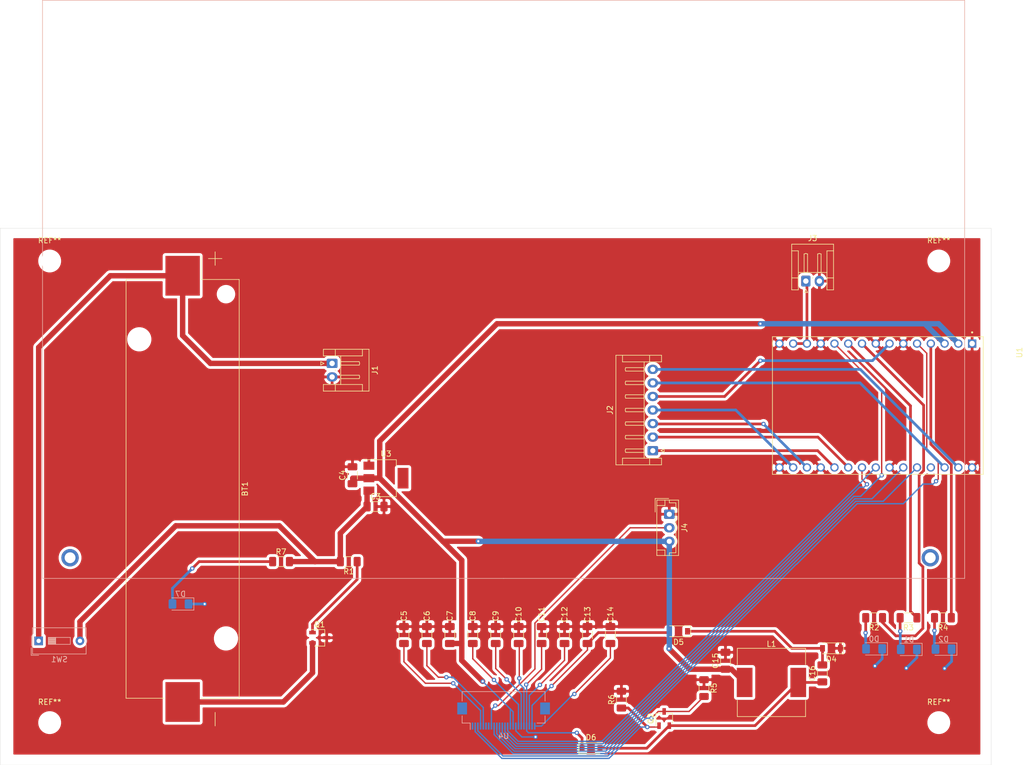
<source format=kicad_pcb>
(kicad_pcb (version 20171130) (host pcbnew "(5.1.10)-1")
  (layers (0 F.Cu signal) (31 B.Cu signal) (34 B.Paste user) (35 F.Paste user) (36 B.SilkS user) (37 F.SilkS user) (38 B.Mask user) (39 F.Mask user) (44 Edge.Cuts user))
  (net 0 "")
  (net 1 "Net-(BT1-Pad2)")
  (net 2 "Net-(BT1-Pad1)")
  (net 3 GND)
  (net 4 /BT_OUT)
  (net 5 /3.3V_OUT)
  (net 6 /PREVGH)
  (net 7 /PREVGL)
  (net 8 "Net-(C16-Pad2)")
  (net 9 "Net-(C16-Pad1)")
  (net 10 "Net-(D1-Pad2)")
  (net 11 "Net-(D2-Pad2)")
  (net 12 /RESE)
  (net 13 /GDR)
  (net 14 /IO1)
  (net 15 /IO2)
  (net 16 "Net-(C5-Pad1)")
  (net 17 "Net-(C6-Pad1)")
  (net 18 "Net-(C8-Pad1)")
  (net 19 "Net-(C10-Pad1)")
  (net 20 "Net-(C12-Pad1)")
  (net 21 "Net-(C14-Pad1)")
  (net 22 /EPD_CS)
  (net 23 /EPD_CLK)
  (net 24 /EPD_DATA)
  (net 25 /EPD_DC)
  (net 26 /EPD_RST)
  (net 27 /EPD_BUSY)
  (net 28 "Net-(C9-Pad1)")
  (net 29 "Net-(Q1-Pad1)")
  (net 30 "Net-(D7-Pad2)")
  (net 31 "Net-(D0-Pad2)")
  (net 32 /RX)
  (net 33 /LX)
  (net 34 "Net-(J3-Pad1)")
  (net 35 /IO0)
  (net 36 /RST)
  (net 37 /IO19)
  (net 38 /IO18)
  (net 39 /IO5)
  (net 40 /IO4)
  (net 41 /BS)
  (module Connector_JST:JST_EH_B3B-EH-A_1x03_P2.50mm_Vertical (layer F.Cu) (at 194.6148 111.2012 270)
    (fp_text reference J4 (at 2.5 -2.8 90) (layer F.SilkS))
    (fp_text value Conn_01x03)
    (pad 3 thru_hole oval (at 5 0 270) (size 1.7 1.95) (drill 0.95) (layers *.Cu *.Mask) (net 5 /3.3V_OUT))
    (pad 2 thru_hole oval (at 2.5 0 270) (size 1.7 1.95) (drill 0.95) (layers *.Cu *.Mask) (net 41 /BS))
    (pad 1 thru_hole roundrect (at 0 0 270) (size 1.7 1.95) (drill 0.95) (layers *.Cu *.Mask) (roundrect_rratio 0.147059) (net 3 GND))
  )
  (module Package_TO_SOT_SMD:SOT-223 (layer F.Cu) (at 142.3239 104.5464)
    (fp_text reference U3 (at 0 -4.5) (layer F.SilkS))
    (fp_text value LM1117-3.3)
    (pad 1 smd rect (at -3.15 -2.3) (size 2 1.5) (layers F.Cu F.Paste F.Mask) (net 3 GND))
    (pad 3 smd rect (at -3.15 2.3) (size 2 1.5) (layers F.Cu F.Paste F.Mask) (net 4 /BT_OUT))
    (pad 2 smd rect (at -3.15 0) (size 2 1.5) (layers F.Cu F.Paste F.Mask) (net 5 /3.3V_OUT))
    (pad 4 smd rect (at 3.15 0) (size 2 3.8) (layers F.Cu F.Paste F.Mask))
  )
  (module Resistor_SMD:R_1206_3216Metric_Pad1.30x1.75mm_HandSolder (layer F.Cu) (at 122.9608 119.9388)
    (fp_text reference R7 (at 0 -1.82) (layer F.SilkS))
    (fp_text value R)
    (pad 2 smd roundrect (at 1.55 0) (size 1.3 1.75) (layers F.Cu F.Paste F.Mask) (roundrect_rratio 0.192308) (net 4 /BT_OUT))
    (pad 1 smd roundrect (at -1.55 0) (size 1.3 1.75) (layers F.Cu F.Paste F.Mask) (roundrect_rratio 0.192308) (net 30 "Net-(D7-Pad2)"))
  )
  (module Resistor_SMD:R_1206_3216Metric_Pad1.30x1.75mm_HandSolder (layer F.Cu) (at 135.4576 119.9388 180)
    (fp_text reference R1 (at 0 -1.82) (layer F.SilkS))
    (fp_text value 1K)
    (pad 2 smd roundrect (at 1.55 0 180) (size 1.3 1.75) (layers F.Cu F.Paste F.Mask) (roundrect_rratio 0.192308) (net 4 /BT_OUT))
    (pad 1 smd roundrect (at -1.55 0 180) (size 1.3 1.75) (layers F.Cu F.Paste F.Mask) (roundrect_rratio 0.192308) (net 29 "Net-(Q1-Pad1)"))
  )
  (module Package_TO_SOT_SMD:TSOT-23 (layer F.Cu) (at 130.0784 133.990099)
    (fp_text reference Q1 (at 0 -2.45) (layer F.SilkS))
    (fp_text value LGE2300)
    (pad 3 smd rect (at 1.31 0) (size 1.22 0.65) (layers F.Cu F.Paste F.Mask) (net 3 GND))
    (pad 2 smd rect (at -1.31 0.95) (size 1.22 0.65) (layers F.Cu F.Paste F.Mask) (net 1 "Net-(BT1-Pad2)"))
    (pad 1 smd rect (at -1.31 -0.95) (size 1.22 0.65) (layers F.Cu F.Paste F.Mask) (net 29 "Net-(Q1-Pad1)"))
  )
  (module LED_SMD:LED_1206_3216Metric_Pad1.42x1.75mm_HandSolder (layer B.Cu) (at 104.4083 127.762 180)
    (fp_text reference D7 (at 0 1.82) (layer B.SilkS) (effects (justify mirror)))
    (fp_text value LED)
    (pad 2 smd roundrect (at 1.4875 0 180) (size 1.425 1.75) (layers B.Cu B.Paste B.Mask) (roundrect_rratio 0.175439) (net 30 "Net-(D7-Pad2)"))
    (pad 1 smd roundrect (at -1.4875 0 180) (size 1.425 1.75) (layers B.Cu B.Paste B.Mask) (roundrect_rratio 0.175439) (net 3 GND))
  )
  (module LED_SMD:LED_1206_3216Metric_Pad1.42x1.75mm_HandSolder (layer B.Cu) (at 245.2259 136.0932 180)
    (fp_text reference D2 (at 0 1.82) (layer B.SilkS) (effects (justify mirror)))
    (fp_text value LED)
    (pad 2 smd roundrect (at 1.4875 0 180) (size 1.425 1.75) (layers B.Cu B.Paste B.Mask) (roundrect_rratio 0.175439) (net 11 "Net-(D2-Pad2)"))
    (pad 1 smd roundrect (at -1.4875 0 180) (size 1.425 1.75) (layers B.Cu B.Paste B.Mask) (roundrect_rratio 0.175439) (net 3 GND))
  )
  (module LED_SMD:LED_1206_3216Metric_Pad1.42x1.75mm_HandSolder (layer B.Cu) (at 238.81795 136.144 180)
    (fp_text reference D1 (at 0 1.82) (layer B.SilkS) (effects (justify mirror)))
    (fp_text value LED)
    (pad 2 smd roundrect (at 1.4875 0 180) (size 1.425 1.75) (layers B.Cu B.Paste B.Mask) (roundrect_rratio 0.175439) (net 10 "Net-(D1-Pad2)"))
    (pad 1 smd roundrect (at -1.4875 0 180) (size 1.425 1.75) (layers B.Cu B.Paste B.Mask) (roundrect_rratio 0.175439) (net 3 GND))
  )
  (module LED_SMD:LED_1206_3216Metric_Pad1.42x1.75mm_HandSolder (layer B.Cu) (at 232.41 136.0424 180)
    (fp_text reference D0 (at 0 1.82) (layer B.SilkS) (effects (justify mirror)))
    (fp_text value LED)
    (pad 2 smd roundrect (at 1.4875 0 180) (size 1.425 1.75) (layers B.Cu B.Paste B.Mask) (roundrect_rratio 0.175439) (net 31 "Net-(D0-Pad2)"))
    (pad 1 smd roundrect (at -1.4875 0 180) (size 1.425 1.75) (layers B.Cu B.Paste B.Mask) (roundrect_rratio 0.175439) (net 3 GND))
  )
  (module Capacitor_SMD:C_1206_3216Metric_Pad1.33x1.80mm_HandSolder (layer F.Cu) (at 136.144 104.001401 90)
    (fp_text reference C4 (at 0 -1.85 90) (layer F.SilkS))
    (fp_text value 10uF)
    (pad 2 smd roundrect (at 1.5625 0 90) (size 1.325 1.8) (layers F.Cu F.Paste F.Mask) (roundrect_rratio 0.188679) (net 3 GND))
    (pad 1 smd roundrect (at -1.5625 0 90) (size 1.325 1.8) (layers F.Cu F.Paste F.Mask) (roundrect_rratio 0.188679) (net 5 /3.3V_OUT))
  )
  (module Capacitor_SMD:C_1206_3216Metric_Pad1.33x1.80mm_HandSolder (layer F.Cu) (at 140.3989 109.7788)
    (fp_text reference C3 (at 0 -1.85) (layer F.SilkS))
    (fp_text value 100nF)
    (pad 2 smd roundrect (at 1.5625 0) (size 1.325 1.8) (layers F.Cu F.Paste F.Mask) (roundrect_rratio 0.188679) (net 3 GND))
    (pad 1 smd roundrect (at -1.5625 0) (size 1.325 1.8) (layers F.Cu F.Paste F.Mask) (roundrect_rratio 0.188679) (net 4 /BT_OUT))
  )
  (module jw_lib:XCVR_ESP32-C3-DEVKITM-1 (layer F.Cu) (at 233.0998 91.1352 270)
    (fp_text reference U1 (at -9.775 -26.135 90) (layer F.SilkS))
    (fp_text value ESP32-C3-DEVKITM-1)
    (pad 30 thru_hole circle (at 11.43 -17.395 270) (size 1.53 1.53) (drill 1.02) (layers *.Cu *.Mask) (net 3 GND))
    (pad 29 thru_hole circle (at 11.43 -14.855 270) (size 1.53 1.53) (drill 1.02) (layers *.Cu *.Mask) (net 33 /LX))
    (pad 28 thru_hole circle (at 11.43 -12.315 270) (size 1.53 1.53) (drill 1.02) (layers *.Cu *.Mask) (net 32 /RX))
    (pad 27 thru_hole circle (at 11.43 -9.775 270) (size 1.53 1.53) (drill 1.02) (layers *.Cu *.Mask) (net 3 GND))
    (pad 26 thru_hole circle (at 11.43 -7.235 270) (size 1.53 1.53) (drill 1.02) (layers *.Cu *.Mask) (net 26 /EPD_RST))
    (pad 25 thru_hole circle (at 11.43 -4.695 270) (size 1.53 1.53) (drill 1.02) (layers *.Cu *.Mask) (net 25 /EPD_DC))
    (pad 24 thru_hole circle (at 11.43 -2.155 270) (size 1.53 1.53) (drill 1.02) (layers *.Cu *.Mask) (net 3 GND))
    (pad 23 thru_hole circle (at 11.43 0.385 270) (size 1.53 1.53) (drill 1.02) (layers *.Cu *.Mask) (net 24 /EPD_DATA))
    (pad 22 thru_hole circle (at 11.43 2.925 270) (size 1.53 1.53) (drill 1.02) (layers *.Cu *.Mask) (net 23 /EPD_CLK))
    (pad 21 thru_hole circle (at 11.43 5.465 270) (size 1.53 1.53) (drill 1.02) (layers *.Cu *.Mask) (net 39 /IO5))
    (pad 20 thru_hole circle (at 11.43 8.005 270) (size 1.53 1.53) (drill 1.02) (layers *.Cu *.Mask) (net 40 /IO4))
    (pad 19 thru_hole circle (at 11.43 10.545 270) (size 1.53 1.53) (drill 1.02) (layers *.Cu *.Mask) (net 3 GND))
    (pad 18 thru_hole circle (at 11.43 13.085 270) (size 1.53 1.53) (drill 1.02) (layers *.Cu *.Mask) (net 38 /IO18))
    (pad 17 thru_hole circle (at 11.43 15.625 270) (size 1.53 1.53) (drill 1.02) (layers *.Cu *.Mask) (net 37 /IO19))
    (pad 16 thru_hole circle (at 11.43 18.165 270) (size 1.53 1.53) (drill 1.02) (layers *.Cu *.Mask) (net 3 GND))
    (pad 15 thru_hole circle (at -11.43 18.165 270) (size 1.53 1.53) (drill 1.02) (layers *.Cu *.Mask) (net 3 GND))
    (pad 14 thru_hole circle (at -11.43 15.625 270) (size 1.53 1.53) (drill 1.02) (layers *.Cu *.Mask) (net 34 "Net-(J3-Pad1)"))
    (pad 13 thru_hole circle (at -11.43 13.085 270) (size 1.53 1.53) (drill 1.02) (layers *.Cu *.Mask) (net 34 "Net-(J3-Pad1)"))
    (pad 12 thru_hole circle (at -11.43 10.545 270) (size 1.53 1.53) (drill 1.02) (layers *.Cu *.Mask) (net 3 GND))
    (pad 11 thru_hole circle (at -11.43 8.005 270) (size 1.53 1.53) (drill 1.02) (layers *.Cu *.Mask) (net 22 /EPD_CS))
    (pad 10 thru_hole circle (at -11.43 5.465 270) (size 1.53 1.53) (drill 1.02) (layers *.Cu *.Mask) (net 14 /IO1))
    (pad 9 thru_hole circle (at -11.43 2.925 270) (size 1.53 1.53) (drill 1.02) (layers *.Cu *.Mask) (net 35 /IO0))
    (pad 8 thru_hole circle (at -11.43 0.385 270) (size 1.53 1.53) (drill 1.02) (layers *.Cu *.Mask) (net 3 GND))
    (pad 7 thru_hole circle (at -11.43 -2.155 270) (size 1.53 1.53) (drill 1.02) (layers *.Cu *.Mask) (net 36 /RST))
    (pad 6 thru_hole circle (at -11.43 -4.695 270) (size 1.53 1.53) (drill 1.02) (layers *.Cu *.Mask) (net 3 GND))
    (pad 5 thru_hole circle (at -11.43 -7.235 270) (size 1.53 1.53) (drill 1.02) (layers *.Cu *.Mask) (net 27 /EPD_BUSY))
    (pad 4 thru_hole circle (at -11.43 -9.775 270) (size 1.53 1.53) (drill 1.02) (layers *.Cu *.Mask) (net 15 /IO2))
    (pad 3 thru_hole circle (at -11.43 -12.315 270) (size 1.53 1.53) (drill 1.02) (layers *.Cu *.Mask) (net 5 /3.3V_OUT))
    (pad 2 thru_hole circle (at -11.43 -14.855 270) (size 1.53 1.53) (drill 1.02) (layers *.Cu *.Mask) (net 5 /3.3V_OUT))
    (pad 1 thru_hole rect (at -11.43 -17.395 270) (size 1.53 1.53) (drill 1.02) (layers *.Cu *.Mask) (net 3 GND))
  )
  (module Inductor_SMD:L_12x12mm_H6mm (layer F.Cu) (at 213.4616 142.24)
    (fp_text reference L1 (at 0 -7.1) (layer F.SilkS))
    (fp_text value 68uH)
    (pad 2 smd rect (at 4.95 0) (size 2.9 5.4) (layers F.Cu F.Paste F.Mask) (net 9 "Net-(C16-Pad1)"))
    (pad 1 smd rect (at -4.95 0) (size 2.9 5.4) (layers F.Cu F.Paste F.Mask) (net 5 /3.3V_OUT))
  )
  (module Connector_JST:JST_EH_S2B-EH_1x02_P2.50mm_Horizontal (layer F.Cu) (at 219.8116 68.1736)
    (fp_text reference J3 (at 1.25 -7.9) (layer F.SilkS))
    (fp_text value Conn_01x02)
    (pad 2 thru_hole oval (at 2.5 0) (size 1.7 2) (drill 1) (layers *.Cu *.Mask) (net 3 GND))
    (pad 1 thru_hole roundrect (at 0 0) (size 1.7 2) (drill 1) (layers *.Cu *.Mask) (roundrect_rratio 0.147059) (net 34 "Net-(J3-Pad1)"))
  )
  (module Connector_JST:JST_EH_S7B-EH_1x07_P2.50mm_Horizontal (layer F.Cu) (at 191.5668 99.4664 90)
    (fp_text reference J2 (at 7.5 -7.9 90) (layer F.SilkS))
    (fp_text value Conn_01x07)
    (pad 7 thru_hole oval (at 15 0 90) (size 1.7 1.95) (drill 0.95) (layers *.Cu *.Mask) (net 33 /LX))
    (pad 6 thru_hole oval (at 12.5 0 90) (size 1.7 1.95) (drill 0.95) (layers *.Cu *.Mask) (net 32 /RX))
    (pad 5 thru_hole oval (at 10 0 90) (size 1.7 1.95) (drill 0.95) (layers *.Cu *.Mask) (net 36 /RST))
    (pad 4 thru_hole oval (at 7.5 0 90) (size 1.7 1.95) (drill 0.95) (layers *.Cu *.Mask) (net 37 /IO19))
    (pad 3 thru_hole oval (at 5 0 90) (size 1.7 1.95) (drill 0.95) (layers *.Cu *.Mask) (net 38 /IO18))
    (pad 2 thru_hole oval (at 2.5 0 90) (size 1.7 1.95) (drill 0.95) (layers *.Cu *.Mask) (net 39 /IO5))
    (pad 1 thru_hole roundrect (at 0 0 90) (size 1.7 1.95) (drill 0.95) (layers *.Cu *.Mask) (roundrect_rratio 0.147059) (net 40 /IO4))
  )
  (module Battery:BatteryHolder_Keystone_1042_1x18650 (layer F.Cu) (at 104.8004 106.5168 270)
    (fp_text reference BT1 (at 0 -11.5 90) (layer F.SilkS))
    (fp_text value 3.6V)
    (pad "" np_thru_hole circle (at -35.93 -8 270) (size 2.39 2.39) (drill 2.39) (layers *.Cu *.Mask))
    (pad "" np_thru_hole circle (at -27.6 8 270) (size 3.45 3.45) (drill 3.45) (layers *.Cu *.Mask))
    (pad "" np_thru_hole circle (at 27.6 -8 270) (size 3.45 3.45) (drill 3.45) (layers *.Cu *.Mask))
    (pad 2 smd rect (at 39.33 0 270) (size 7.34 6.35) (layers F.Cu F.Paste F.Mask) (net 1 "Net-(BT1-Pad2)"))
    (pad 1 smd rect (at -39.33 0 270) (size 7.34 6.35) (layers F.Cu F.Paste F.Mask) (net 2 "Net-(BT1-Pad1)"))
  )
  (module MountingHole:MountingHole_3.2mm_M3_DIN965 (layer F.Cu) (at 244.348 149.6568)
    (fp_text reference REF** (at 0 -3.8) (layer F.SilkS))
    (fp_text value MountingHole_3.2mm_M3_DIN965)
    (pad 1 np_thru_hole circle (at 0 0) (size 3.2 3.2) (drill 3.2) (layers *.Cu *.Mask))
  )
  (module MountingHole:MountingHole_3.2mm_M3_DIN965 (layer F.Cu) (at 80.264 149.6568)
    (fp_text reference REF** (at 0 -3.8) (layer F.SilkS))
    (fp_text value MountingHole_3.2mm_M3_DIN965)
    (pad 1 np_thru_hole circle (at 0 0) (size 3.2 3.2) (drill 3.2) (layers *.Cu *.Mask))
  )
  (module jw_lib:epaper75 (layer B.Cu) (at 164.0332 123.0376 180)
    (fp_text reference U4 (at 0 -29.1 180) (layer B.SilkS) (effects (justify mirror)))
    (fp_text value epaper75)
    (pad "" thru_hole circle (at 80.01 3.81 180) (size 3.2 3.2) (drill 2) (layers *.Cu *.Mask))
    (pad MP smd rect (at -7.65 -24) (size 1.8 2.2) (layers B.Cu B.Paste B.Mask))
    (pad MP smd rect (at 7.65 -24) (size 1.8 2.2) (layers B.Cu B.Paste B.Mask))
    (pad 1 smd rect (at 5.75 -27.25) (size 0.3 1.3) (layers B.Cu B.Paste B.Mask))
    (pad 2 smd rect (at 5.25 -27.25) (size 0.3 1.3) (layers B.Cu B.Paste B.Mask) (net 13 /GDR))
    (pad 3 smd rect (at 4.75 -27.25) (size 0.3 1.3) (layers B.Cu B.Paste B.Mask) (net 12 /RESE))
    (pad 4 smd rect (at 4.25 -27.25) (size 0.3 1.3) (layers B.Cu B.Paste B.Mask) (net 16 "Net-(C5-Pad1)"))
    (pad 5 smd rect (at 3.75 -27.25) (size 0.3 1.3) (layers B.Cu B.Paste B.Mask) (net 17 "Net-(C6-Pad1)"))
    (pad 6 smd rect (at 3.25 -27.25) (size 0.3 1.3) (layers B.Cu B.Paste B.Mask))
    (pad 7 smd rect (at 2.75 -27.25) (size 0.3 1.3) (layers B.Cu B.Paste B.Mask))
    (pad 8 smd rect (at 2.25 -27.25) (size 0.3 1.3) (layers B.Cu B.Paste B.Mask) (net 41 /BS))
    (pad 9 smd rect (at 1.75 -27.25) (size 0.3 1.3) (layers B.Cu B.Paste B.Mask) (net 27 /EPD_BUSY))
    (pad 10 smd rect (at 1.25 -27.25) (size 0.3 1.3) (layers B.Cu B.Paste B.Mask) (net 26 /EPD_RST))
    (pad 11 smd rect (at 0.75 -27.25) (size 0.3 1.3) (layers B.Cu B.Paste B.Mask) (net 25 /EPD_DC))
    (pad 12 smd rect (at 0.25 -27.25) (size 0.3 1.3) (layers B.Cu B.Paste B.Mask) (net 22 /EPD_CS))
    (pad 13 smd rect (at -0.25 -27.25) (size 0.3 1.3) (layers B.Cu B.Paste B.Mask) (net 23 /EPD_CLK))
    (pad 14 smd rect (at -0.75 -27.25) (size 0.3 1.3) (layers B.Cu B.Paste B.Mask) (net 24 /EPD_DATA))
    (pad 15 smd rect (at -1.25 -27.25) (size 0.3 1.3) (layers B.Cu B.Paste B.Mask) (net 5 /3.3V_OUT))
    (pad 16 smd rect (at -1.75 -27.25) (size 0.3 1.3) (layers B.Cu B.Paste B.Mask) (net 5 /3.3V_OUT))
    (pad 17 smd rect (at -2.25 -27.25) (size 0.3 1.3) (layers B.Cu B.Paste B.Mask) (net 3 GND))
    (pad 18 smd rect (at -2.75 -27.25) (size 0.3 1.3) (layers B.Cu B.Paste B.Mask) (net 18 "Net-(C8-Pad1)"))
    (pad 19 smd rect (at -3.25 -27.25) (size 0.3 1.3) (layers B.Cu B.Paste B.Mask) (net 28 "Net-(C9-Pad1)"))
    (pad 20 smd rect (at -3.75 -27.25) (size 0.3 1.3) (layers B.Cu B.Paste B.Mask) (net 19 "Net-(C10-Pad1)"))
    (pad 21 smd rect (at -4.25 -27.25) (size 0.3 1.3) (layers B.Cu B.Paste B.Mask) (net 6 /PREVGH))
    (pad 22 smd rect (at -4.75 -27.25) (size 0.3 1.3) (layers B.Cu B.Paste B.Mask) (net 20 "Net-(C12-Pad1)"))
    (pad 23 smd rect (at -5.25 -27.25) (size 0.3 1.3) (layers B.Cu B.Paste B.Mask) (net 7 /PREVGL))
    (pad 24 smd rect (at -5.75 -27.25) (size 0.3 1.3) (layers B.Cu B.Paste B.Mask) (net 21 "Net-(C14-Pad1)"))
    (pad "" thru_hole circle (at -78.74 3.81 180) (size 3.2 3.2) (drill 2) (layers *.Cu *.Mask))
  )
  (module Connector_JST:JST_EH_S2B-EH_1x02_P2.50mm_Horizontal (layer F.Cu) (at 132.3848 83.3628 270)
    (fp_text reference J1 (at 1.25 -7.9 90) (layer F.SilkS))
    (fp_text value Conn_01x02)
    (pad 2 thru_hole oval (at 2.5 0 270) (size 1.7 2) (drill 1) (layers *.Cu *.Mask) (net 3 GND))
    (pad 1 thru_hole roundrect (at 0 0 270) (size 1.7 2) (drill 1) (layers *.Cu *.Mask) (roundrect_rratio 0.1470588235294118) (net 2 "Net-(BT1-Pad1)"))
  )
  (module MountingHole:MountingHole_3.2mm_M3_DIN965 (layer F.Cu) (at 244.348 64.4652)
    (fp_text reference REF** (at 0 -3.8) (layer F.SilkS))
    (fp_text value MountingHole_3.2mm_M3_DIN965)
    (pad 1 np_thru_hole circle (at 0 0) (size 3.2 3.2) (drill 3.2) (layers *.Cu *.Mask))
  )
  (module Button_Switch_THT:SW_DIP_SPSTx01_Slide_9.78x4.72mm_W7.62mm_P2.54mm (layer B.Cu) (at 78.232 134.5692)
    (fp_text reference SW1 (at 3.81 3.42) (layer B.SilkS) (effects (justify mirror)))
    (fp_text value SW_SPST)
    (pad 2 thru_hole oval (at 7.62 0) (size 1.6 1.6) (drill 0.8) (layers *.Cu *.Mask) (net 4 /BT_OUT))
    (pad 1 thru_hole rect (at 0 0) (size 1.6 1.6) (drill 0.8) (layers *.Cu *.Mask) (net 2 "Net-(BT1-Pad1)"))
  )
  (module MountingHole:MountingHole_3.2mm_M3_DIN965 (layer F.Cu) (at 80.264 64.4652)
    (fp_text reference REF** (at 0 -3.8) (layer F.SilkS))
    (fp_text value MountingHole_3.2mm_M3_DIN965)
    (pad 1 np_thru_hole circle (at 0 0) (size 3.2 3.2) (drill 3.2) (layers *.Cu *.Mask))
  )
  (module Package_TO_SOT_SMD:TSOT-23 (layer F.Cu) (at 193.6648 148.9056 90)
    (fp_text reference Q2 (at 0 -2.45 90) (layer F.SilkS))
    (fp_text value LGE2300)
    (pad 3 smd rect (at 1.31 0 90) (size 1.22 0.65) (layers F.Cu F.Paste F.Mask) (net 12 /RESE))
    (pad 2 smd rect (at -1.31 0.95 90) (size 1.22 0.65) (layers F.Cu F.Paste F.Mask) (net 9 "Net-(C16-Pad1)"))
    (pad 1 smd rect (at -1.31 -0.95 90) (size 1.22 0.65) (layers F.Cu F.Paste F.Mask) (net 13 /GDR))
  )
  (module Resistor_SMD:R_1206_3216Metric_Pad1.30x1.75mm_HandSolder (layer F.Cu) (at 185.7756 145.4144 90)
    (fp_text reference R6 (at 0 -1.82 90) (layer F.SilkS))
    (fp_text value 10K)
    (pad 2 smd roundrect (at 1.55 0 90) (size 1.3 1.75) (layers F.Cu F.Paste F.Mask) (roundrect_rratio 0.1923076923076923) (net 3 GND))
    (pad 1 smd roundrect (at -1.55 0 90) (size 1.3 1.75) (layers F.Cu F.Paste F.Mask) (roundrect_rratio 0.1923076923076923) (net 13 /GDR))
  )
  (module Resistor_SMD:R_1206_3216Metric_Pad1.30x1.75mm_HandSolder (layer F.Cu) (at 201.0156 143.2808 270)
    (fp_text reference R5 (at 0 -1.82 90) (layer F.SilkS))
    (fp_text value 3R)
    (pad 2 smd roundrect (at 1.55 0 270) (size 1.3 1.75) (layers F.Cu F.Paste F.Mask) (roundrect_rratio 0.1923076923076923) (net 12 /RESE))
    (pad 1 smd roundrect (at -1.55 0 270) (size 1.3 1.75) (layers F.Cu F.Paste F.Mask) (roundrect_rratio 0.1923076923076923) (net 3 GND))
  )
  (module Resistor_SMD:R_1206_3216Metric_Pad1.30x1.75mm_HandSolder (layer F.Cu) (at 245.11 130.302 180)
    (fp_text reference R4 (at 0 -1.82) (layer F.SilkS))
    (fp_text value R)
    (pad 2 smd roundrect (at 1.55 0 180) (size 1.3 1.75) (layers F.Cu F.Paste F.Mask) (roundrect_rratio 0.1923076923076923) (net 11 "Net-(D2-Pad2)"))
    (pad 1 smd roundrect (at -1.55 0 180) (size 1.3 1.75) (layers F.Cu F.Paste F.Mask) (roundrect_rratio 0.1923076923076923) (net 15 /IO2))
  )
  (module Resistor_SMD:R_1206_3216Metric_Pad1.30x1.75mm_HandSolder (layer F.Cu) (at 238.76 130.302 180)
    (fp_text reference R3 (at 0 -1.82) (layer F.SilkS))
    (fp_text value R)
    (pad 2 smd roundrect (at 1.55 0 180) (size 1.3 1.75) (layers F.Cu F.Paste F.Mask) (roundrect_rratio 0.1923076923076923) (net 10 "Net-(D1-Pad2)"))
    (pad 1 smd roundrect (at -1.55 0 180) (size 1.3 1.75) (layers F.Cu F.Paste F.Mask) (roundrect_rratio 0.1923076923076923) (net 14 /IO1))
  )
  (module Resistor_SMD:R_1206_3216Metric_Pad1.30x1.75mm_HandSolder (layer F.Cu) (at 232.41 130.302 180)
    (fp_text reference R2 (at 0 -1.82) (layer F.SilkS))
    (fp_text value R)
    (pad 2 smd roundrect (at 1.55 0 180) (size 1.3 1.75) (layers F.Cu F.Paste F.Mask) (roundrect_rratio 0.1923076923076923) (net 31 "Net-(D0-Pad2)"))
    (pad 1 smd roundrect (at -1.55 0 180) (size 1.3 1.75) (layers F.Cu F.Paste F.Mask) (roundrect_rratio 0.1923076923076923) (net 35 /IO0))
  )
  (module Diode_SMD:D_SOD-123 (layer F.Cu) (at 180.1632 154.3812)
    (fp_text reference D6 (at 0 -2) (layer F.SilkS))
    (fp_text value B0540W)
    (pad 2 smd rect (at 1.65 0) (size 0.9 1.2) (layers F.Cu F.Paste F.Mask) (net 9 "Net-(C16-Pad1)"))
    (pad 1 smd rect (at -1.65 0) (size 0.9 1.2) (layers F.Cu F.Paste F.Mask) (net 6 /PREVGH))
  )
  (module Diode_SMD:D_SOD-123 (layer F.Cu) (at 196.3176 132.7912 180)
    (fp_text reference D5 (at 0 -2) (layer F.SilkS))
    (fp_text value B0540W)
    (pad 2 smd rect (at 1.65 0 180) (size 0.9 1.2) (layers F.Cu F.Paste F.Mask) (net 7 /PREVGL))
    (pad 1 smd rect (at -1.65 0 180) (size 0.9 1.2) (layers F.Cu F.Paste F.Mask) (net 8 "Net-(C16-Pad2)"))
  )
  (module Diode_SMD:D_SOD-123 (layer F.Cu) (at 224.536 135.9408 180)
    (fp_text reference D4 (at 0 -2) (layer F.SilkS))
    (fp_text value B0540W)
    (pad 2 smd rect (at 1.65 0 180) (size 0.9 1.2) (layers F.Cu F.Paste F.Mask) (net 8 "Net-(C16-Pad2)"))
    (pad 1 smd rect (at -1.65 0 180) (size 0.9 1.2) (layers F.Cu F.Paste F.Mask) (net 3 GND))
  )
  (module Capacitor_SMD:C_1206_3216Metric_Pad1.33x1.80mm_HandSolder (layer F.Cu) (at 222.8596 140.5759 90)
    (fp_text reference C16 (at 0 -1.85 90) (layer F.SilkS))
    (fp_text value 4.7/50V)
    (pad 2 smd roundrect (at 1.5625 0 90) (size 1.325 1.8) (layers F.Cu F.Paste F.Mask) (roundrect_rratio 0.1886784905660377) (net 8 "Net-(C16-Pad2)"))
    (pad 1 smd roundrect (at -1.5625 0 90) (size 1.325 1.8) (layers F.Cu F.Paste F.Mask) (roundrect_rratio 0.1886784905660377) (net 9 "Net-(C16-Pad1)"))
  )
  (module Capacitor_SMD:C_1206_3216Metric_Pad1.33x1.80mm_HandSolder (layer F.Cu) (at 204.978 138.2391 90)
    (fp_text reference C15 (at 0 -1.85 90) (layer F.SilkS))
    (fp_text value 4.7/50V)
    (pad 2 smd roundrect (at 1.5625 0 90) (size 1.325 1.8) (layers F.Cu F.Paste F.Mask) (roundrect_rratio 0.1886784905660377) (net 3 GND))
    (pad 1 smd roundrect (at -1.5625 0 90) (size 1.325 1.8) (layers F.Cu F.Paste F.Mask) (roundrect_rratio 0.1886784905660377) (net 5 /3.3V_OUT))
  )
  (module Capacitor_SMD:C_1206_3216Metric_Pad1.33x1.80mm_HandSolder (layer F.Cu) (at 183.7436 133.4901 90)
    (fp_text reference C14 (at 3.81 0 90) (layer F.SilkS))
    (fp_text value 105/50V)
    (pad 2 smd roundrect (at 1.5625 0 90) (size 1.325 1.8) (layers F.Cu F.Paste F.Mask) (roundrect_rratio 0.1886784905660377) (net 3 GND))
    (pad 1 smd roundrect (at -1.5625 0 90) (size 1.325 1.8) (layers F.Cu F.Paste F.Mask) (roundrect_rratio 0.1886784905660377) (net 21 "Net-(C14-Pad1)"))
  )
  (module Capacitor_SMD:C_1206_3216Metric_Pad1.33x1.80mm_HandSolder (layer F.Cu) (at 179.510267 133.4901 90)
    (fp_text reference C13 (at 3.81 0 90) (layer F.SilkS))
    (fp_text value 105/50V)
    (pad 2 smd roundrect (at 1.5625 0 90) (size 1.325 1.8) (layers F.Cu F.Paste F.Mask) (roundrect_rratio 0.1886784905660377) (net 3 GND))
    (pad 1 smd roundrect (at -1.5625 0 90) (size 1.325 1.8) (layers F.Cu F.Paste F.Mask) (roundrect_rratio 0.1886784905660377) (net 7 /PREVGL))
  )
  (module Capacitor_SMD:C_1206_3216Metric_Pad1.33x1.80mm_HandSolder (layer F.Cu) (at 175.276934 133.4901 90)
    (fp_text reference C12 (at 3.81 0 90) (layer F.SilkS))
    (fp_text value 105/50V)
    (pad 2 smd roundrect (at 1.5625 0 90) (size 1.325 1.8) (layers F.Cu F.Paste F.Mask) (roundrect_rratio 0.1886784905660377) (net 3 GND))
    (pad 1 smd roundrect (at -1.5625 0 90) (size 1.325 1.8) (layers F.Cu F.Paste F.Mask) (roundrect_rratio 0.1886784905660377) (net 20 "Net-(C12-Pad1)"))
  )
  (module Capacitor_SMD:C_1206_3216Metric_Pad1.33x1.80mm_HandSolder (layer F.Cu) (at 171.043601 133.4901 90)
    (fp_text reference C11 (at 3.81 0 90) (layer F.SilkS))
    (fp_text value 105/50V)
    (pad 2 smd roundrect (at 1.5625 0 90) (size 1.325 1.8) (layers F.Cu F.Paste F.Mask) (roundrect_rratio 0.1886784905660377) (net 3 GND))
    (pad 1 smd roundrect (at -1.5625 0 90) (size 1.325 1.8) (layers F.Cu F.Paste F.Mask) (roundrect_rratio 0.1886784905660377) (net 6 /PREVGH))
  )
  (module Capacitor_SMD:C_1206_3216Metric_Pad1.33x1.80mm_HandSolder (layer F.Cu) (at 166.810268 133.4901 90)
    (fp_text reference C10 (at 3.81 0 90) (layer F.SilkS))
    (fp_text value 105/50V)
    (pad 2 smd roundrect (at 1.5625 0 90) (size 1.325 1.8) (layers F.Cu F.Paste F.Mask) (roundrect_rratio 0.1886784905660377) (net 3 GND))
    (pad 1 smd roundrect (at -1.5625 0 90) (size 1.325 1.8) (layers F.Cu F.Paste F.Mask) (roundrect_rratio 0.1886784905660377) (net 19 "Net-(C10-Pad1)"))
  )
  (module Capacitor_SMD:C_1206_3216Metric_Pad1.33x1.80mm_HandSolder (layer F.Cu) (at 162.576935 133.4901 90)
    (fp_text reference C9 (at 3.5175 0 90) (layer F.SilkS))
    (fp_text value 105/50V)
    (pad 2 smd roundrect (at 1.5625 0 90) (size 1.325 1.8) (layers F.Cu F.Paste F.Mask) (roundrect_rratio 0.1886784905660377) (net 3 GND))
    (pad 1 smd roundrect (at -1.5625 0 90) (size 1.325 1.8) (layers F.Cu F.Paste F.Mask) (roundrect_rratio 0.1886784905660377) (net 28 "Net-(C9-Pad1)"))
  )
  (module Capacitor_SMD:C_1206_3216Metric_Pad1.33x1.80mm_HandSolder (layer F.Cu) (at 158.343602 133.4901 90)
    (fp_text reference C8 (at 3.5175 0 90) (layer F.SilkS))
    (fp_text value 105/50V hide)
    (pad 2 smd roundrect (at 1.5625 0 90) (size 1.325 1.8) (layers F.Cu F.Paste F.Mask) (roundrect_rratio 0.1886784905660377) (net 3 GND))
    (pad 1 smd roundrect (at -1.5625 0 90) (size 1.325 1.8) (layers F.Cu F.Paste F.Mask) (roundrect_rratio 0.1886784905660377) (net 18 "Net-(C8-Pad1)"))
  )
  (module Capacitor_SMD:C_1206_3216Metric_Pad1.33x1.80mm_HandSolder (layer F.Cu) (at 154.110269 133.4901 90)
    (fp_text reference C7 (at 3.5175 0 90) (layer F.SilkS))
    (fp_text value 105/50V hide)
    (pad 2 smd roundrect (at 1.5625 0 90) (size 1.325 1.8) (layers F.Cu F.Paste F.Mask) (roundrect_rratio 0.1886784905660377) (net 3 GND))
    (pad 1 smd roundrect (at -1.5625 0 90) (size 1.325 1.8) (layers F.Cu F.Paste F.Mask) (roundrect_rratio 0.1886784905660377) (net 5 /3.3V_OUT))
  )
  (module Capacitor_SMD:C_1206_3216Metric_Pad1.33x1.80mm_HandSolder (layer F.Cu) (at 149.876936 133.4901 90)
    (fp_text reference C6 (at 3.5175 0 90) (layer F.SilkS))
    (fp_text value 105/50V hide)
    (pad 2 smd roundrect (at 1.5625 0 90) (size 1.325 1.8) (layers F.Cu F.Paste F.Mask) (roundrect_rratio 0.1886784905660377) (net 3 GND))
    (pad 1 smd roundrect (at -1.5625 0 90) (size 1.325 1.8) (layers F.Cu F.Paste F.Mask) (roundrect_rratio 0.1886784905660377) (net 17 "Net-(C6-Pad1)"))
  )
  (module Capacitor_SMD:C_1206_3216Metric_Pad1.33x1.80mm_HandSolder (layer F.Cu) (at 145.6436 133.4901 90)
    (fp_text reference C5 (at 3.5175 0 90) (layer F.SilkS))
    (fp_text value 105/50V hide)
    (pad 2 smd roundrect (at 1.5625 0 90) (size 1.325 1.8) (layers F.Cu F.Paste F.Mask) (roundrect_rratio 0.1886784905660377) (net 3 GND))
    (pad 1 smd roundrect (at -1.5625 0 90) (size 1.325 1.8) (layers F.Cu F.Paste F.Mask) (roundrect_rratio 0.1886784905660377) (net 16 "Net-(C5-Pad1)"))
  )
  (gr_line (start 71.12 157.48) (end 254 157.48) (layer Edge.Cuts) (width 0.05))
  (gr_line (start 71.12 58.42) (end 71.12 157.48) (layer Edge.Cuts) (width 0.05))
  (gr_line (start 254 58.42) (end 71.12 58.42) (layer Edge.Cuts) (width 0.05))
  (gr_line (start 254 157.48) (end 254 58.42) (layer Edge.Cuts) (width 0.05))
  (segment (start 128.7684 134.940099) (end 128.7684 140.4716) (width 1) (layer F.Cu) (net 1))
  (segment (start 128.7684 140.4716) (end 123.3932 145.8468) (width 1) (layer F.Cu) (net 1))
  (segment (start 123.3932 145.8468) (end 104.8004 145.8468) (width 1) (layer F.Cu) (net 1))
  (segment (start 78.232 134.5692) (end 78.232 80.4164) (width 1) (layer F.Cu) (net 2))
  (segment (start 91.4616 67.1868) (end 104.8004 67.1868) (width 1) (layer F.Cu) (net 2))
  (segment (start 78.232 80.4164) (end 91.4616 67.1868) (width 1) (layer F.Cu) (net 2))
  (segment (start 132.3848 83.3628) (end 109.9312 83.3628) (width 1) (layer F.Cu) (net 2))
  (segment (start 109.9312 83.3628) (end 104.8004 78.232) (width 1) (layer F.Cu) (net 2))
  (segment (start 104.8004 78.232) (end 104.8004 67.1868) (width 1) (layer F.Cu) (net 2))
  (segment (start 166.298 150.2876) (end 166.308199 150.277401) (width 0.25) (layer B.Cu) (net 3))
  (segment (start 166.2832 150.2876) (end 166.298 150.2876) (width 0.25) (layer B.Cu) (net 3))
  (via (at 169.926 152.2984) (size 0.8) (drill 0.4) (layers F.Cu B.Cu) (net 3))
  (segment (start 167.408998 152.2984) (end 169.926 152.2984) (width 0.25) (layer B.Cu) (net 3))
  (segment (start 166.308199 151.197601) (end 167.408998 152.2984) (width 0.25) (layer B.Cu) (net 3))
  (segment (start 166.308199 150.277401) (end 166.308199 151.197601) (width 0.25) (layer B.Cu) (net 3))
  (via (at 108.8644 127.762) (size 0.8) (drill 0.4) (layers F.Cu B.Cu) (net 3))
  (segment (start 105.8958 127.762) (end 108.8644 127.762) (width 0.5) (layer B.Cu) (net 3))
  (via (at 232.5624 139.192) (size 0.8) (drill 0.4) (layers F.Cu B.Cu) (net 3))
  (segment (start 233.8975 137.8569) (end 232.5624 139.192) (width 0.5) (layer B.Cu) (net 3))
  (segment (start 233.8975 136.0424) (end 233.8975 137.8569) (width 0.5) (layer B.Cu) (net 3))
  (via (at 238.3536 139.5984) (size 0.8) (drill 0.4) (layers F.Cu B.Cu) (net 3))
  (segment (start 240.30545 137.64655) (end 238.3536 139.5984) (width 0.5) (layer B.Cu) (net 3))
  (segment (start 240.30545 136.144) (end 240.30545 137.64655) (width 0.5) (layer B.Cu) (net 3))
  (via (at 245.4148 139.6492) (size 0.8) (drill 0.4) (layers F.Cu B.Cu) (net 3))
  (segment (start 246.7134 138.3506) (end 245.4148 139.6492) (width 0.5) (layer B.Cu) (net 3))
  (segment (start 246.7134 136.0932) (end 246.7134 138.3506) (width 0.5) (layer B.Cu) (net 3))
  (segment (start 133.9076 114.7076) (end 138.8364 109.7788) (width 1) (layer F.Cu) (net 4))
  (segment (start 133.9076 119.9388) (end 133.9076 114.7076) (width 1) (layer F.Cu) (net 4))
  (segment (start 138.8364 109.7788) (end 138.8364 106.8464) (width 1) (layer F.Cu) (net 4))
  (segment (start 85.852 134.5692) (end 85.852 131.0132) (width 1) (layer F.Cu) (net 4))
  (segment (start 85.852 131.0132) (end 103.5304 113.3348) (width 1) (layer F.Cu) (net 4))
  (segment (start 122.6312 113.3348) (end 129.2352 119.9388) (width 1) (layer F.Cu) (net 4))
  (segment (start 103.5304 113.3348) (end 122.6312 113.3348) (width 1) (layer F.Cu) (net 4))
  (segment (start 129.2352 119.9388) (end 133.9076 119.9388) (width 1) (layer F.Cu) (net 4))
  (segment (start 124.5108 119.9388) (end 129.2352 119.9388) (width 1) (layer F.Cu) (net 4))
  (segment (start 139.1739 104.5464) (end 136.1948 104.5464) (width 1) (layer F.Cu) (net 5))
  (segment (start 136.1948 104.5464) (end 136.1948 105.563901) (width 1) (layer F.Cu) (net 5))
  (segment (start 139.1739 104.5464) (end 141.1739 104.5464) (width 1) (layer F.Cu) (net 5))
  (segment (start 156.3116 119.6841) (end 156.3116 135.0526) (width 1) (layer F.Cu) (net 5))
  (segment (start 152.83215 116.20465) (end 156.3116 119.6841) (width 1) (layer F.Cu) (net 5))
  (segment (start 154.110269 135.0526) (end 156.3116 135.0526) (width 1) (layer F.Cu) (net 5))
  (via (at 160.1724 142.0368) (size 0.8) (drill 0.4) (layers F.Cu B.Cu) (net 5))
  (segment (start 165.2524 147.1168) (end 160.1724 142.0368) (width 0.25) (layer B.Cu) (net 5))
  (segment (start 156.3116 138.176) (end 156.3116 135.0526) (width 1) (layer F.Cu) (net 5))
  (segment (start 160.1724 142.0368) (end 156.3116 138.176) (width 1) (layer F.Cu) (net 5))
  (segment (start 165.7832 150.2876) (end 165.7832 147.6476) (width 0.25) (layer B.Cu) (net 5))
  (segment (start 165.2832 147.1476) (end 165.2524 147.1168) (width 0.25) (layer B.Cu) (net 5))
  (segment (start 165.2832 150.2876) (end 165.2832 147.1476) (width 0.25) (layer B.Cu) (net 5))
  (segment (start 165.7832 147.6476) (end 165.2524 147.1168) (width 0.25) (layer B.Cu) (net 5))
  (segment (start 206.0732 139.8016) (end 208.5116 142.24) (width 1) (layer F.Cu) (net 5))
  (segment (start 204.978 139.8016) (end 206.0732 139.8016) (width 1) (layer F.Cu) (net 5))
  (segment (start 141.1739 104.5464) (end 141.1739 97.6877) (width 1) (layer F.Cu) (net 5))
  (via (at 211.4296 76.0476) (size 0.8) (drill 0.4) (layers F.Cu B.Cu) (net 5))
  (segment (start 162.814 76.0476) (end 211.4296 76.0476) (width 1) (layer F.Cu) (net 5))
  (segment (start 141.1739 97.6877) (end 162.814 76.0476) (width 1) (layer F.Cu) (net 5))
  (segment (start 241.7572 76.0476) (end 245.4148 79.7052) (width 1) (layer B.Cu) (net 5))
  (segment (start 211.4296 76.0476) (end 241.7572 76.0476) (width 1) (layer B.Cu) (net 5))
  (segment (start 244.2972 76.0476) (end 247.9548 79.7052) (width 1) (layer B.Cu) (net 5))
  (segment (start 241.7572 76.0476) (end 244.2972 76.0476) (width 1) (layer B.Cu) (net 5))
  (via (at 194.564 135.9916) (size 0.8) (drill 0.4) (layers F.Cu B.Cu) (net 5))
  (segment (start 194.6148 135.9408) (end 194.564 135.9916) (width 1) (layer B.Cu) (net 5))
  (segment (start 194.6148 116.2012) (end 194.6148 135.9408) (width 1) (layer B.Cu) (net 5))
  (segment (start 198.374 139.8016) (end 204.978 139.8016) (width 1) (layer F.Cu) (net 5))
  (segment (start 194.564 135.9916) (end 198.374 139.8016) (width 1) (layer F.Cu) (net 5))
  (via (at 159.3596 116.1796) (size 0.8) (drill 0.4) (layers F.Cu B.Cu) (net 5))
  (segment (start 159.3596 116.1796) (end 152.8572 116.1796) (width 1) (layer F.Cu) (net 5))
  (segment (start 152.8572 116.1796) (end 152.83215 116.20465) (width 1) (layer F.Cu) (net 5))
  (segment (start 194.6148 116.2012) (end 159.3812 116.2012) (width 1) (layer B.Cu) (net 5))
  (segment (start 159.3812 116.2012) (end 159.3596 116.1796) (width 1) (layer B.Cu) (net 5))
  (segment (start 141.1739 104.5464) (end 152.83215 116.20465) (width 1) (layer F.Cu) (net 5))
  (via (at 168.1988 142.6464) (size 0.8) (drill 0.4) (layers F.Cu B.Cu) (net 6))
  (segment (start 168.2832 142.7308) (end 168.1988 142.6464) (width 0.25) (layer B.Cu) (net 6))
  (segment (start 168.2832 150.2876) (end 168.2832 142.7308) (width 0.25) (layer B.Cu) (net 6))
  (segment (start 171.043601 139.801599) (end 171.043601 135.0526) (width 0.25) (layer F.Cu) (net 6))
  (segment (start 168.1988 142.6464) (end 171.043601 139.801599) (width 0.25) (layer F.Cu) (net 6))
  (via (at 177.546 151.5364) (size 0.8) (drill 0.4) (layers F.Cu B.Cu) (net 6))
  (segment (start 178.5132 152.5036) (end 177.546 151.5364) (width 0.5) (layer F.Cu) (net 6))
  (segment (start 178.5132 154.3812) (end 178.5132 152.5036) (width 0.5) (layer F.Cu) (net 6))
  (segment (start 168.632 151.5364) (end 177.546 151.5364) (width 0.25) (layer B.Cu) (net 6))
  (segment (start 168.2832 151.1876) (end 168.632 151.5364) (width 0.25) (layer B.Cu) (net 6))
  (segment (start 168.2832 150.2876) (end 168.2832 151.1876) (width 0.25) (layer B.Cu) (net 6))
  (via (at 172.8724 142.9004) (size 0.8) (drill 0.4) (layers F.Cu B.Cu) (net 7))
  (segment (start 169.2832 146.4896) (end 172.8724 142.9004) (width 0.25) (layer B.Cu) (net 7))
  (segment (start 169.2832 150.2876) (end 169.2832 146.4896) (width 0.25) (layer B.Cu) (net 7))
  (segment (start 179.510267 136.262533) (end 179.510267 135.0526) (width 0.25) (layer F.Cu) (net 7))
  (segment (start 172.8724 142.9004) (end 179.510267 136.262533) (width 0.25) (layer F.Cu) (net 7))
  (segment (start 181.522757 133.04011) (end 179.510267 135.0526) (width 0.5) (layer F.Cu) (net 7))
  (segment (start 194.41869 133.04011) (end 181.522757 133.04011) (width 0.5) (layer F.Cu) (net 7))
  (segment (start 194.6676 132.7912) (end 194.41869 133.04011) (width 0.5) (layer F.Cu) (net 7))
  (segment (start 222.886 138.987) (end 222.8596 139.0134) (width 0.5) (layer F.Cu) (net 8))
  (segment (start 222.886 135.9408) (end 222.886 138.987) (width 0.5) (layer F.Cu) (net 8))
  (segment (start 197.9676 132.7912) (end 214.0712 132.7912) (width 0.5) (layer F.Cu) (net 8))
  (segment (start 217.2208 135.9408) (end 222.886 135.9408) (width 0.5) (layer F.Cu) (net 8))
  (segment (start 214.0712 132.7912) (end 217.2208 135.9408) (width 0.5) (layer F.Cu) (net 8))
  (segment (start 210.436 150.2156) (end 218.4116 142.24) (width 0.5) (layer F.Cu) (net 9))
  (segment (start 194.6148 150.2156) (end 210.436 150.2156) (width 0.5) (layer F.Cu) (net 9))
  (segment (start 222.758 142.24) (end 222.8596 142.1384) (width 0.5) (layer F.Cu) (net 9))
  (segment (start 218.4116 142.24) (end 222.758 142.24) (width 0.5) (layer F.Cu) (net 9))
  (segment (start 190.4492 154.3812) (end 194.6148 150.2156) (width 0.5) (layer F.Cu) (net 9))
  (segment (start 181.8132 154.3812) (end 190.4492 154.3812) (width 0.5) (layer F.Cu) (net 9))
  (via (at 237.236 132.7912) (size 0.8) (drill 0.4) (layers F.Cu B.Cu) (net 10))
  (segment (start 237.21 132.7652) (end 237.236 132.7912) (width 0.5) (layer F.Cu) (net 10))
  (segment (start 237.21 130.302) (end 237.21 132.7652) (width 0.5) (layer F.Cu) (net 10))
  (segment (start 237.236 136.04955) (end 237.33045 136.144) (width 0.5) (layer B.Cu) (net 10))
  (segment (start 237.236 132.7912) (end 237.236 136.04955) (width 0.5) (layer B.Cu) (net 10))
  (via (at 243.5352 132.6896) (size 0.8) (drill 0.4) (layers F.Cu B.Cu) (net 11))
  (segment (start 243.56 132.6648) (end 243.5352 132.6896) (width 0.5) (layer F.Cu) (net 11))
  (segment (start 243.56 130.302) (end 243.56 132.6648) (width 0.5) (layer F.Cu) (net 11))
  (segment (start 243.5352 135.89) (end 243.7384 136.0932) (width 0.5) (layer B.Cu) (net 11))
  (segment (start 243.5352 132.6896) (end 243.5352 135.89) (width 0.5) (layer B.Cu) (net 11))
  (segment (start 163.906855 155.811255) (end 183.287206 155.811254) (width 0.25) (layer B.Cu) (net 12))
  (segment (start 159.2832 151.1876) (end 163.906855 155.811255) (width 0.25) (layer B.Cu) (net 12))
  (segment (start 159.2832 150.2876) (end 159.2832 151.1876) (width 0.25) (layer B.Cu) (net 12))
  (segment (start 190.25446 148.844) (end 191.3128 148.844) (width 0.25) (layer B.Cu) (net 12))
  (via (at 191.3128 148.844) (size 0.8) (drill 0.4) (layers F.Cu B.Cu) (net 12))
  (segment (start 183.287206 155.811254) (end 190.25446 148.844) (width 0.25) (layer B.Cu) (net 12))
  (segment (start 192.5612 147.5956) (end 193.6648 147.5956) (width 0.25) (layer F.Cu) (net 12))
  (segment (start 191.3128 148.844) (end 192.5612 147.5956) (width 0.25) (layer F.Cu) (net 12))
  (segment (start 198.2508 147.5956) (end 201.0156 144.8308) (width 0.25) (layer F.Cu) (net 12))
  (segment (start 193.6648 147.5956) (end 198.2508 147.5956) (width 0.25) (layer F.Cu) (net 12))
  (segment (start 163.720456 156.261264) (end 183.473607 156.261263) (width 0.25) (layer B.Cu) (net 13))
  (segment (start 158.7832 151.324008) (end 163.720456 156.261264) (width 0.25) (layer B.Cu) (net 13))
  (segment (start 158.7832 150.2876) (end 158.7832 151.324008) (width 0.25) (layer B.Cu) (net 13))
  (via (at 190.5508 150.4696) (size 0.8) (drill 0.4) (layers F.Cu B.Cu) (net 13))
  (segment (start 189.26527 150.4696) (end 190.5508 150.4696) (width 0.25) (layer B.Cu) (net 13))
  (segment (start 183.473607 156.261263) (end 189.26527 150.4696) (width 0.25) (layer B.Cu) (net 13))
  (segment (start 192.4608 150.4696) (end 192.7148 150.2156) (width 0.25) (layer F.Cu) (net 13))
  (segment (start 190.5508 150.4696) (end 192.4608 150.4696) (width 0.25) (layer F.Cu) (net 13))
  (segment (start 192.6844 150.246) (end 192.7148 150.2156) (width 0.25) (layer F.Cu) (net 13))
  (segment (start 187.0456 146.9644) (end 190.5508 150.4696) (width 0.5) (layer F.Cu) (net 13))
  (segment (start 185.7756 146.9644) (end 187.0456 146.9644) (width 0.5) (layer F.Cu) (net 13))
  (segment (start 239.119799 91.190199) (end 227.6348 79.7052) (width 0.5) (layer F.Cu) (net 14))
  (segment (start 239.119799 129.111799) (end 239.119799 91.190199) (width 0.5) (layer F.Cu) (net 14))
  (segment (start 240.31 130.302) (end 239.119799 129.111799) (width 0.5) (layer F.Cu) (net 14))
  (segment (start 242.8748 98.276598) (end 242.8748 79.7052) (width 0.5) (layer F.Cu) (net 15))
  (segment (start 246.66 102.061798) (end 242.8748 98.276598) (width 0.5) (layer F.Cu) (net 15))
  (segment (start 246.66 130.302) (end 246.66 102.061798) (width 0.5) (layer F.Cu) (net 15))
  (via (at 154.7368 142.3924) (size 0.8) (drill 0.4) (layers F.Cu B.Cu) (net 16))
  (segment (start 159.7832 147.4388) (end 154.7368 142.3924) (width 0.25) (layer B.Cu) (net 16))
  (segment (start 159.7832 150.2876) (end 159.7832 147.4388) (width 0.25) (layer B.Cu) (net 16))
  (segment (start 154.7368 142.3924) (end 149.606 142.3924) (width 0.25) (layer F.Cu) (net 16))
  (segment (start 145.6436 138.43) (end 145.6436 135.0526) (width 0.25) (layer F.Cu) (net 16))
  (segment (start 149.606 142.3924) (end 145.6436 138.43) (width 0.25) (layer F.Cu) (net 16))
  (via (at 153.4668 141.2748) (size 0.8) (drill 0.4) (layers F.Cu B.Cu) (net 17))
  (segment (start 160.2832 146.865798) (end 154.692202 141.2748) (width 0.25) (layer B.Cu) (net 17))
  (segment (start 154.692202 141.2748) (end 153.4668 141.2748) (width 0.25) (layer B.Cu) (net 17))
  (segment (start 160.2832 150.2876) (end 160.2832 146.865798) (width 0.25) (layer B.Cu) (net 17))
  (segment (start 153.4668 141.2748) (end 151.9936 141.2748) (width 0.25) (layer F.Cu) (net 17))
  (segment (start 149.876936 139.158136) (end 149.876936 135.0526) (width 0.25) (layer F.Cu) (net 17))
  (segment (start 151.9936 141.2748) (end 149.876936 139.158136) (width 0.25) (layer F.Cu) (net 17))
  (via (at 162.2552 141.7828) (size 0.8) (drill 0.4) (layers F.Cu B.Cu) (net 18))
  (segment (start 158.343602 137.871202) (end 162.2552 141.7828) (width 0.25) (layer F.Cu) (net 18))
  (segment (start 158.343602 135.0526) (end 158.343602 137.871202) (width 0.25) (layer F.Cu) (net 18))
  (segment (start 166.7832 146.3108) (end 166.7832 150.2876) (width 0.25) (layer B.Cu) (net 18))
  (segment (start 162.2552 141.7828) (end 166.7832 146.3108) (width 0.25) (layer B.Cu) (net 18))
  (via (at 166.9288 141.478) (size 0.8) (drill 0.4) (layers F.Cu B.Cu) (net 19))
  (segment (start 166.9288 142.449402) (end 166.9288 141.478) (width 0.25) (layer B.Cu) (net 19))
  (segment (start 167.7832 143.303802) (end 166.9288 142.449402) (width 0.25) (layer B.Cu) (net 19))
  (segment (start 167.7832 150.2876) (end 167.7832 143.303802) (width 0.25) (layer B.Cu) (net 19))
  (segment (start 166.9288 135.171132) (end 166.810268 135.0526) (width 0.25) (layer F.Cu) (net 19))
  (segment (start 166.9288 141.478) (end 166.9288 135.171132) (width 0.25) (layer F.Cu) (net 19))
  (via (at 170.7388 142.6972) (size 0.8) (drill 0.4) (layers F.Cu B.Cu) (net 20))
  (segment (start 168.7832 144.6528) (end 170.7388 142.6972) (width 0.25) (layer B.Cu) (net 20))
  (segment (start 168.7832 150.2876) (end 168.7832 144.6528) (width 0.25) (layer B.Cu) (net 20))
  (segment (start 175.276934 138.159066) (end 175.276934 135.0526) (width 0.25) (layer F.Cu) (net 20))
  (segment (start 170.7388 142.6972) (end 175.276934 138.159066) (width 0.25) (layer F.Cu) (net 20))
  (via (at 177.0888 144.3736) (size 0.8) (drill 0.4) (layers F.Cu B.Cu) (net 21))
  (segment (start 176.932202 144.3736) (end 177.0888 144.3736) (width 0.25) (layer B.Cu) (net 21))
  (segment (start 171.018202 150.2876) (end 176.932202 144.3736) (width 0.25) (layer B.Cu) (net 21))
  (segment (start 169.7832 150.2876) (end 171.018202 150.2876) (width 0.25) (layer B.Cu) (net 21))
  (segment (start 183.7436 137.7188) (end 183.7436 135.0526) (width 0.25) (layer F.Cu) (net 21))
  (segment (start 177.0888 144.3736) (end 183.7436 137.7188) (width 0.25) (layer F.Cu) (net 21))
  (segment (start 166.348999 154.011219) (end 182.541602 154.011218) (width 0.25) (layer B.Cu) (net 22))
  (segment (start 163.7832 151.44542) (end 166.348999 154.011219) (width 0.25) (layer B.Cu) (net 22))
  (segment (start 163.7832 150.2876) (end 163.7832 151.44542) (width 0.25) (layer B.Cu) (net 22))
  (segment (start 182.541602 154.011218) (end 228.65221 107.90061) (width 0.25) (layer B.Cu) (net 22))
  (segment (start 229.925592 107.90061) (end 233.804801 104.021401) (width 0.25) (layer B.Cu) (net 22))
  (segment (start 228.65221 107.90061) (end 229.925592 107.90061) (width 0.25) (layer B.Cu) (net 22))
  (via (at 233.804801 104.021401) (size 0.8) (drill 0.4) (layers F.Cu B.Cu) (net 22))
  (segment (start 233.804801 88.415201) (end 233.804801 104.021401) (width 0.25) (layer F.Cu) (net 22))
  (segment (start 225.0948 79.7052) (end 233.804801 88.415201) (width 0.25) (layer F.Cu) (net 22))
  (segment (start 166.535398 153.56121) (end 182.355201 153.561209) (width 0.25) (layer B.Cu) (net 23))
  (segment (start 164.2832 151.309012) (end 166.535398 153.56121) (width 0.25) (layer B.Cu) (net 23))
  (segment (start 164.2832 150.2876) (end 164.2832 151.309012) (width 0.25) (layer B.Cu) (net 23))
  (segment (start 182.355201 153.561209) (end 229.705605 106.210805) (width 0.25) (layer B.Cu) (net 23))
  (via (at 231.0892 105.664) (size 0.8) (drill 0.4) (layers F.Cu B.Cu) (net 23))
  (segment (start 230.542395 106.210805) (end 231.0892 105.664) (width 0.25) (layer B.Cu) (net 23))
  (segment (start 229.705605 106.210805) (end 230.542395 106.210805) (width 0.25) (layer B.Cu) (net 23))
  (segment (start 230.1748 104.7496) (end 230.1748 102.5652) (width 0.25) (layer F.Cu) (net 23))
  (segment (start 231.0892 105.664) (end 230.1748 104.7496) (width 0.25) (layer F.Cu) (net 23))
  (segment (start 164.7832 151.172602) (end 166.721798 153.1112) (width 0.25) (layer B.Cu) (net 24))
  (segment (start 164.7832 150.2876) (end 164.7832 151.172602) (width 0.25) (layer B.Cu) (net 24))
  (segment (start 166.721798 153.1112) (end 182.1688 153.1112) (width 0.25) (layer B.Cu) (net 24))
  (segment (start 182.1688 153.1112) (end 232.7148 102.5652) (width 0.25) (layer B.Cu) (net 24))
  (segment (start 232.0036 108.3564) (end 237.7948 102.5652) (width 0.25) (layer B.Cu) (net 25))
  (segment (start 228.83283 108.3564) (end 232.0036 108.3564) (width 0.25) (layer B.Cu) (net 25))
  (segment (start 182.728003 154.461227) (end 228.83283 108.3564) (width 0.25) (layer B.Cu) (net 25))
  (segment (start 166.1626 154.461228) (end 182.728003 154.461227) (width 0.25) (layer B.Cu) (net 25))
  (segment (start 163.2832 151.581828) (end 166.1626 154.461228) (width 0.25) (layer B.Cu) (net 25))
  (segment (start 163.2832 150.2876) (end 163.2832 151.581828) (width 0.25) (layer B.Cu) (net 25))
  (segment (start 234.09359 108.80641) (end 240.3348 102.5652) (width 0.25) (layer B.Cu) (net 26))
  (segment (start 229.01923 108.80641) (end 234.09359 108.80641) (width 0.25) (layer B.Cu) (net 26))
  (segment (start 182.914404 154.911236) (end 229.01923 108.80641) (width 0.25) (layer B.Cu) (net 26))
  (segment (start 165.976201 154.911237) (end 182.914404 154.911236) (width 0.25) (layer B.Cu) (net 26))
  (segment (start 162.7832 151.718236) (end 165.976201 154.911237) (width 0.25) (layer B.Cu) (net 26))
  (segment (start 162.7832 150.2876) (end 162.7832 151.718236) (width 0.25) (layer B.Cu) (net 26))
  (segment (start 165.789802 155.361246) (end 183.100805 155.361245) (width 0.25) (layer B.Cu) (net 27))
  (segment (start 162.2832 151.854644) (end 165.789802 155.361246) (width 0.25) (layer B.Cu) (net 27))
  (segment (start 162.2832 150.2876) (end 162.2832 151.854644) (width 0.25) (layer B.Cu) (net 27))
  (segment (start 183.100805 155.361245) (end 218.01525 120.4468) (width 0.25) (layer B.Cu) (net 27))
  (segment (start 218.01525 120.4468) (end 218.0844 120.4468) (width 0.25) (layer B.Cu) (net 27))
  (segment (start 237.796782 109.25642) (end 241.424801 105.628401) (width 0.25) (layer B.Cu) (net 27))
  (segment (start 229.27478 109.25642) (end 237.796782 109.25642) (width 0.25) (layer B.Cu) (net 27))
  (segment (start 218.0844 120.4468) (end 229.27478 109.25642) (width 0.25) (layer B.Cu) (net 27))
  (via (at 243.84 105.1052) (size 0.8) (drill 0.4) (layers F.Cu B.Cu) (net 27))
  (segment (start 243.316799 105.628401) (end 243.84 105.1052) (width 0.25) (layer B.Cu) (net 27))
  (segment (start 241.424801 105.628401) (end 243.316799 105.628401) (width 0.25) (layer B.Cu) (net 27))
  (segment (start 242.124811 81.495211) (end 240.3348 79.7052) (width 0.25) (layer F.Cu) (net 27))
  (segment (start 242.124811 99.478411) (end 242.124811 81.495211) (width 0.25) (layer F.Cu) (net 27))
  (segment (start 244.239999 101.593599) (end 242.124811 99.478411) (width 0.25) (layer F.Cu) (net 27))
  (segment (start 244.239999 104.705201) (end 244.239999 101.593599) (width 0.25) (layer F.Cu) (net 27))
  (segment (start 243.84 105.1052) (end 244.239999 104.705201) (width 0.25) (layer F.Cu) (net 27))
  (via (at 164.592 141.6812) (size 0.8) (drill 0.4) (layers F.Cu B.Cu) (net 28))
  (segment (start 167.2832 144.3724) (end 164.592 141.6812) (width 0.25) (layer B.Cu) (net 28))
  (segment (start 167.2832 150.2876) (end 167.2832 144.3724) (width 0.25) (layer B.Cu) (net 28))
  (segment (start 162.576935 139.666135) (end 162.576935 135.0526) (width 0.25) (layer F.Cu) (net 28))
  (segment (start 164.592 141.6812) (end 162.576935 139.666135) (width 0.25) (layer F.Cu) (net 28))
  (segment (start 128.7684 133.040099) (end 128.7684 131.48) (width 0.5) (layer F.Cu) (net 29))
  (segment (start 128.7684 131.48) (end 137.0076 123.2408) (width 0.5) (layer F.Cu) (net 29))
  (segment (start 137.0076 123.2408) (end 137.0076 119.9388) (width 0.5) (layer F.Cu) (net 29))
  (via (at 106.5784 121.2088) (size 0.8) (drill 0.4) (layers F.Cu B.Cu) (net 30))
  (segment (start 107.8484 119.9388) (end 106.5784 121.2088) (width 0.5) (layer F.Cu) (net 30))
  (segment (start 121.4108 119.9388) (end 107.8484 119.9388) (width 0.5) (layer F.Cu) (net 30))
  (segment (start 102.9208 124.8664) (end 102.9208 127.762) (width 0.5) (layer B.Cu) (net 30))
  (segment (start 106.5784 121.2088) (end 102.9208 124.8664) (width 0.5) (layer B.Cu) (net 30))
  (via (at 230.8352 133.096) (size 0.8) (drill 0.4) (layers F.Cu B.Cu) (net 31))
  (segment (start 230.86 133.0712) (end 230.8352 133.096) (width 0.5) (layer F.Cu) (net 31))
  (segment (start 230.86 130.302) (end 230.86 133.0712) (width 0.5) (layer F.Cu) (net 31))
  (segment (start 230.8352 135.9551) (end 230.9225 136.0424) (width 0.5) (layer B.Cu) (net 31))
  (segment (start 230.8352 133.096) (end 230.8352 135.9551) (width 0.5) (layer B.Cu) (net 31))
  (segment (start 229.816 86.9664) (end 191.5668 86.9664) (width 0.5) (layer B.Cu) (net 32))
  (segment (start 245.4148 102.5652) (end 229.816 86.9664) (width 0.5) (layer B.Cu) (net 32))
  (via (at 191.5668 84.4664) (size 0.8) (drill 0.4) (layers F.Cu B.Cu) (net 33))
  (segment (start 229.856 84.4664) (end 191.5668 84.4664) (width 0.5) (layer B.Cu) (net 33))
  (segment (start 247.9548 102.5652) (end 229.856 84.4664) (width 0.5) (layer B.Cu) (net 33))
  (segment (start 220.0148 68.3768) (end 219.8116 68.1736) (width 0.5) (layer F.Cu) (net 34))
  (segment (start 220.0148 79.7052) (end 220.0148 68.3768) (width 0.5) (layer F.Cu) (net 34))
  (segment (start 217.4748 79.7052) (end 220.0148 79.7052) (width 0.5) (layer F.Cu) (net 34))
  (segment (start 241.549801 91.080201) (end 230.1748 79.7052) (width 0.5) (layer F.Cu) (net 35))
  (segment (start 240.723199 103.975003) (end 241.549801 103.148401) (width 0.5) (layer F.Cu) (net 35))
  (segment (start 240.723199 120.211601) (end 240.723199 103.975003) (width 0.5) (layer F.Cu) (net 35))
  (segment (start 241.549801 103.148401) (end 241.549801 91.080201) (width 0.5) (layer F.Cu) (net 35))
  (segment (start 241.41001 120.898412) (end 240.723199 120.211601) (width 0.5) (layer F.Cu) (net 35))
  (segment (start 240.035745 133.641201) (end 241.41001 132.266936) (width 0.5) (layer F.Cu) (net 35))
  (segment (start 236.424201 133.641201) (end 240.035745 133.641201) (width 0.5) (layer F.Cu) (net 35))
  (segment (start 233.96 131.177) (end 236.424201 133.641201) (width 0.5) (layer F.Cu) (net 35))
  (segment (start 241.41001 132.266936) (end 241.41001 120.898412) (width 0.5) (layer F.Cu) (net 35))
  (segment (start 233.96 130.302) (end 233.96 131.177) (width 0.5) (layer F.Cu) (net 35))
  (segment (start 235.2548 79.7052) (end 232.1052 82.8548) (width 0.5) (layer B.Cu) (net 36))
  (via (at 211.4296 82.8548) (size 0.8) (drill 0.4) (layers F.Cu B.Cu) (net 36))
  (segment (start 232.1052 82.8548) (end 211.4296 82.8548) (width 0.5) (layer B.Cu) (net 36))
  (segment (start 204.818 89.4664) (end 191.5668 89.4664) (width 0.5) (layer F.Cu) (net 36))
  (segment (start 211.4296 82.8548) (end 204.818 89.4664) (width 0.5) (layer F.Cu) (net 36))
  (segment (start 206.876 91.9664) (end 191.5668 91.9664) (width 0.5) (layer B.Cu) (net 37))
  (segment (start 217.4748 102.5652) (end 206.876 91.9664) (width 0.5) (layer B.Cu) (net 37))
  (via (at 211.9884 94.5388) (size 0.8) (drill 0.4) (layers F.Cu B.Cu) (net 38))
  (segment (start 220.0148 102.5652) (end 211.9884 94.5388) (width 0.5) (layer B.Cu) (net 38))
  (segment (start 191.6392 94.5388) (end 191.5668 94.4664) (width 0.5) (layer F.Cu) (net 38))
  (segment (start 211.9884 94.5388) (end 191.6392 94.5388) (width 0.5) (layer F.Cu) (net 38))
  (segment (start 222.036 96.9664) (end 191.5668 96.9664) (width 0.5) (layer F.Cu) (net 39))
  (segment (start 227.6348 102.5652) (end 222.036 96.9664) (width 0.5) (layer F.Cu) (net 39))
  (segment (start 221.996 99.4664) (end 191.5668 99.4664) (width 0.5) (layer F.Cu) (net 40))
  (segment (start 225.0948 102.5652) (end 221.996 99.4664) (width 0.5) (layer F.Cu) (net 40))
  (via (at 162.5092 146.5072) (size 0.8) (drill 0.4) (layers F.Cu B.Cu) (net 41))
  (segment (start 161.7832 147.2332) (end 162.5092 146.5072) (width 0.25) (layer B.Cu) (net 41))
  (segment (start 161.7832 150.2876) (end 161.7832 147.2332) (width 0.25) (layer B.Cu) (net 41))
  (segment (start 187.394311 113.7012) (end 194.6148 113.7012) (width 0.25) (layer F.Cu) (net 41))
  (segment (start 169.818591 131.27692) (end 187.394311 113.7012) (width 0.25) (layer F.Cu) (net 41))
  (segment (start 169.818591 139.763494) (end 169.818591 131.27692) (width 0.25) (layer F.Cu) (net 41))
  (segment (start 163.074885 146.5072) (end 169.818591 139.763494) (width 0.25) (layer F.Cu) (net 41))
  (segment (start 162.5092 146.5072) (end 163.074885 146.5072) (width 0.25) (layer F.Cu) (net 41))
  (zone (net 3) (net_name GND) (layer F.Cu) (connect_pads (clearance 0.508)) (min_thickness 0.254) (fill yes (arc_segments 32) (thermal_gap 0.508) (thermal_bridge_width 0.508))
    (polygon (pts (xy 252.0188 155.5496) (xy 73.5584 155.5496) (xy 73.5584 60.2488) (xy 252.0188 60.2488)))
  )
)
</source>
